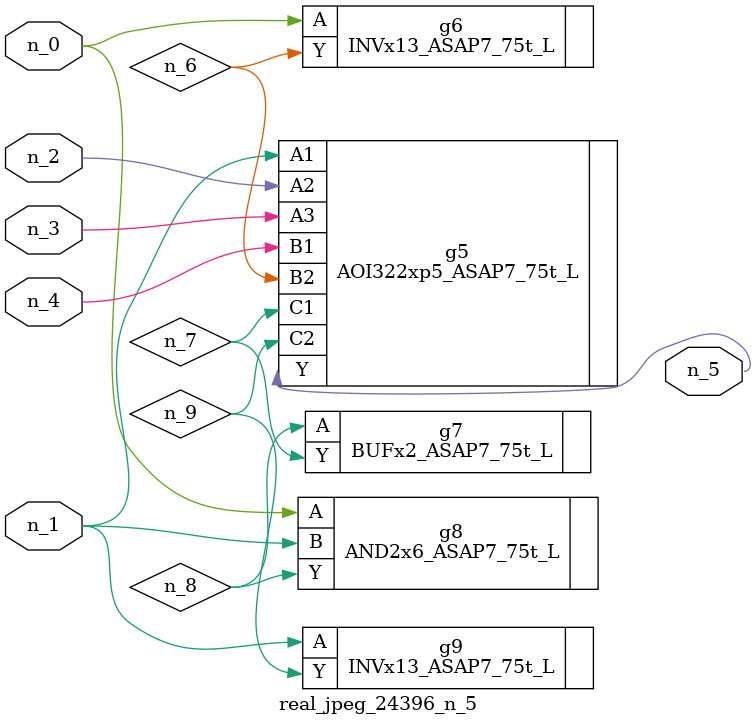
<source format=v>
module real_jpeg_24396_n_5 (n_4, n_0, n_1, n_2, n_3, n_5);

input n_4;
input n_0;
input n_1;
input n_2;
input n_3;

output n_5;

wire n_8;
wire n_6;
wire n_7;
wire n_9;

INVx13_ASAP7_75t_L g6 ( 
.A(n_0),
.Y(n_6)
);

AND2x6_ASAP7_75t_L g8 ( 
.A(n_0),
.B(n_1),
.Y(n_8)
);

AOI322xp5_ASAP7_75t_L g5 ( 
.A1(n_1),
.A2(n_2),
.A3(n_3),
.B1(n_4),
.B2(n_6),
.C1(n_7),
.C2(n_9),
.Y(n_5)
);

INVx13_ASAP7_75t_L g9 ( 
.A(n_1),
.Y(n_9)
);

BUFx2_ASAP7_75t_L g7 ( 
.A(n_8),
.Y(n_7)
);


endmodule
</source>
